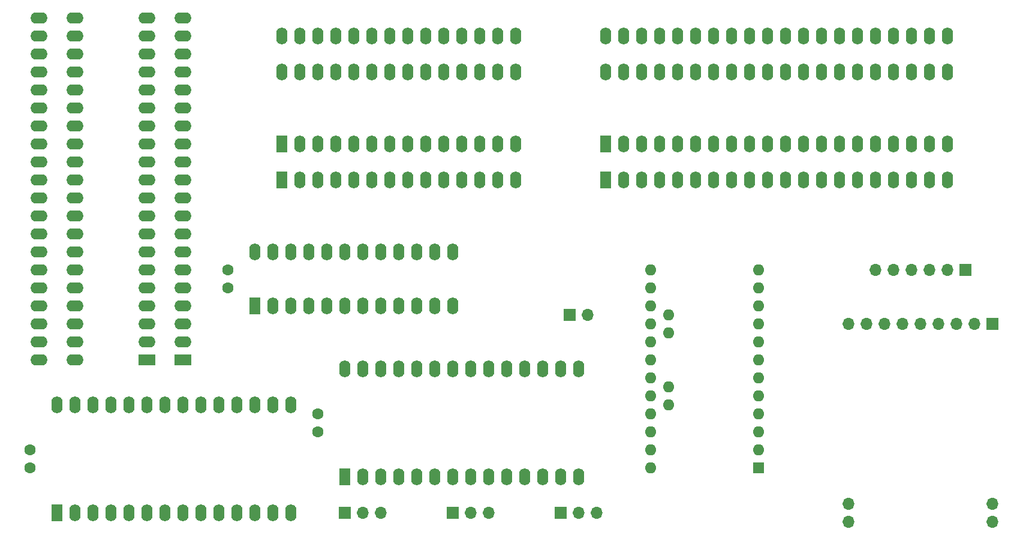
<source format=gbs>
G04 #@! TF.GenerationSoftware,KiCad,Pcbnew,(5.1.9)-1*
G04 #@! TF.CreationDate,2024-10-24T21:54:38+09:00*
G04 #@! TF.ProjectId,TK-80_EXT-BOARD,544b2d38-305f-4455-9854-2d424f415244,rev?*
G04 #@! TF.SameCoordinates,PX53920b0PY93c3260*
G04 #@! TF.FileFunction,Soldermask,Bot*
G04 #@! TF.FilePolarity,Negative*
%FSLAX46Y46*%
G04 Gerber Fmt 4.6, Leading zero omitted, Abs format (unit mm)*
G04 Created by KiCad (PCBNEW (5.1.9)-1) date 2024-10-24 21:54:38*
%MOMM*%
%LPD*%
G01*
G04 APERTURE LIST*
%ADD10C,1.600000*%
%ADD11R,1.700000X1.700000*%
%ADD12O,1.700000X1.700000*%
%ADD13R,2.400000X1.600000*%
%ADD14O,2.400000X1.600000*%
%ADD15R,1.600000X2.400000*%
%ADD16O,1.600000X2.400000*%
%ADD17R,1.600000X1.600000*%
%ADD18O,1.600000X1.600000*%
G04 APERTURE END LIST*
D10*
X44450000Y17780000D03*
X44450000Y15280000D03*
X3810000Y10200000D03*
X3810000Y12700000D03*
X31750000Y38100000D03*
X31750000Y35600000D03*
D11*
X139700000Y30480000D03*
D12*
X137160000Y30480000D03*
X134620000Y30480000D03*
X132080000Y30480000D03*
X129540000Y30480000D03*
X127000000Y30480000D03*
X124460000Y30480000D03*
X121920000Y30480000D03*
X119380000Y30480000D03*
X119380000Y2540000D03*
X119380000Y5080000D03*
X139700000Y2540000D03*
X139700000Y5080000D03*
D11*
X135890000Y38100000D03*
D12*
X133350000Y38100000D03*
X130810000Y38100000D03*
X128270000Y38100000D03*
X125730000Y38100000D03*
X123190000Y38100000D03*
D11*
X80010000Y31750000D03*
D12*
X82550000Y31750000D03*
D13*
X25400000Y25400000D03*
D14*
X10160000Y73660000D03*
X25400000Y27940000D03*
X10160000Y71120000D03*
X25400000Y30480000D03*
X10160000Y68580000D03*
X25400000Y33020000D03*
X10160000Y66040000D03*
X25400000Y35560000D03*
X10160000Y63500000D03*
X25400000Y38100000D03*
X10160000Y60960000D03*
X25400000Y40640000D03*
X10160000Y58420000D03*
X25400000Y43180000D03*
X10160000Y55880000D03*
X25400000Y45720000D03*
X10160000Y53340000D03*
X25400000Y48260000D03*
X10160000Y50800000D03*
X25400000Y50800000D03*
X10160000Y48260000D03*
X25400000Y53340000D03*
X10160000Y45720000D03*
X25400000Y55880000D03*
X10160000Y43180000D03*
X25400000Y58420000D03*
X10160000Y40640000D03*
X25400000Y60960000D03*
X10160000Y38100000D03*
X25400000Y63500000D03*
X10160000Y35560000D03*
X25400000Y66040000D03*
X10160000Y33020000D03*
X25400000Y68580000D03*
X10160000Y30480000D03*
X25400000Y71120000D03*
X10160000Y27940000D03*
X25400000Y73660000D03*
X10160000Y25400000D03*
X5080000Y25400000D03*
X20320000Y73660000D03*
X5080000Y27940000D03*
X20320000Y71120000D03*
X5080000Y30480000D03*
X20320000Y68580000D03*
X5080000Y33020000D03*
X20320000Y66040000D03*
X5080000Y35560000D03*
X20320000Y63500000D03*
X5080000Y38100000D03*
X20320000Y60960000D03*
X5080000Y40640000D03*
X20320000Y58420000D03*
X5080000Y43180000D03*
X20320000Y55880000D03*
X5080000Y45720000D03*
X20320000Y53340000D03*
X5080000Y48260000D03*
X20320000Y50800000D03*
X5080000Y50800000D03*
X20320000Y48260000D03*
X5080000Y53340000D03*
X20320000Y45720000D03*
X5080000Y55880000D03*
X20320000Y43180000D03*
X5080000Y58420000D03*
X20320000Y40640000D03*
X5080000Y60960000D03*
X20320000Y38100000D03*
X5080000Y63500000D03*
X20320000Y35560000D03*
X5080000Y66040000D03*
X20320000Y33020000D03*
X5080000Y68580000D03*
X20320000Y30480000D03*
X5080000Y71120000D03*
X20320000Y27940000D03*
X5080000Y73660000D03*
D13*
X20320000Y25400000D03*
D15*
X39370000Y50800000D03*
D16*
X72390000Y66040000D03*
X41910000Y50800000D03*
X69850000Y66040000D03*
X44450000Y50800000D03*
X67310000Y66040000D03*
X46990000Y50800000D03*
X64770000Y66040000D03*
X49530000Y50800000D03*
X62230000Y66040000D03*
X52070000Y50800000D03*
X59690000Y66040000D03*
X54610000Y50800000D03*
X57150000Y66040000D03*
X57150000Y50800000D03*
X54610000Y66040000D03*
X59690000Y50800000D03*
X52070000Y66040000D03*
X62230000Y50800000D03*
X49530000Y66040000D03*
X64770000Y50800000D03*
X46990000Y66040000D03*
X67310000Y50800000D03*
X44450000Y66040000D03*
X69850000Y50800000D03*
X41910000Y66040000D03*
X72390000Y50800000D03*
X39370000Y66040000D03*
X39370000Y71120000D03*
X72390000Y55880000D03*
X41910000Y71120000D03*
X69850000Y55880000D03*
X44450000Y71120000D03*
X67310000Y55880000D03*
X46990000Y71120000D03*
X64770000Y55880000D03*
X49530000Y71120000D03*
X62230000Y55880000D03*
X52070000Y71120000D03*
X59690000Y55880000D03*
X54610000Y71120000D03*
X57150000Y55880000D03*
X57150000Y71120000D03*
X54610000Y55880000D03*
X59690000Y71120000D03*
X52070000Y55880000D03*
X62230000Y71120000D03*
X49530000Y55880000D03*
X64770000Y71120000D03*
X46990000Y55880000D03*
X67310000Y71120000D03*
X44450000Y55880000D03*
X69850000Y71120000D03*
X41910000Y55880000D03*
X72390000Y71120000D03*
D15*
X39370000Y55880000D03*
X35560000Y33020000D03*
D16*
X63500000Y40640000D03*
X38100000Y33020000D03*
X60960000Y40640000D03*
X40640000Y33020000D03*
X58420000Y40640000D03*
X43180000Y33020000D03*
X55880000Y40640000D03*
X45720000Y33020000D03*
X53340000Y40640000D03*
X48260000Y33020000D03*
X50800000Y40640000D03*
X50800000Y33020000D03*
X48260000Y40640000D03*
X53340000Y33020000D03*
X45720000Y40640000D03*
X55880000Y33020000D03*
X43180000Y40640000D03*
X58420000Y33020000D03*
X40640000Y40640000D03*
X60960000Y33020000D03*
X38100000Y40640000D03*
X63500000Y33020000D03*
X35560000Y40640000D03*
X7620000Y19050000D03*
X40640000Y3810000D03*
X10160000Y19050000D03*
X38100000Y3810000D03*
X12700000Y19050000D03*
X35560000Y3810000D03*
X15240000Y19050000D03*
X33020000Y3810000D03*
X17780000Y19050000D03*
X30480000Y3810000D03*
X20320000Y19050000D03*
X27940000Y3810000D03*
X22860000Y19050000D03*
X25400000Y3810000D03*
X25400000Y19050000D03*
X22860000Y3810000D03*
X27940000Y19050000D03*
X20320000Y3810000D03*
X30480000Y19050000D03*
X17780000Y3810000D03*
X33020000Y19050000D03*
X15240000Y3810000D03*
X35560000Y19050000D03*
X12700000Y3810000D03*
X38100000Y19050000D03*
X10160000Y3810000D03*
X40640000Y19050000D03*
D15*
X7620000Y3810000D03*
X85090000Y55880000D03*
D16*
X133350000Y71120000D03*
X87630000Y55880000D03*
X130810000Y71120000D03*
X90170000Y55880000D03*
X128270000Y71120000D03*
X92710000Y55880000D03*
X125730000Y71120000D03*
X95250000Y55880000D03*
X123190000Y71120000D03*
X97790000Y55880000D03*
X120650000Y71120000D03*
X100330000Y55880000D03*
X118110000Y71120000D03*
X102870000Y55880000D03*
X115570000Y71120000D03*
X105410000Y55880000D03*
X113030000Y71120000D03*
X107950000Y55880000D03*
X110490000Y71120000D03*
X110490000Y55880000D03*
X107950000Y71120000D03*
X113030000Y55880000D03*
X105410000Y71120000D03*
X115570000Y55880000D03*
X102870000Y71120000D03*
X118110000Y55880000D03*
X100330000Y71120000D03*
X120650000Y55880000D03*
X97790000Y71120000D03*
X123190000Y55880000D03*
X95250000Y71120000D03*
X125730000Y55880000D03*
X92710000Y71120000D03*
X128270000Y55880000D03*
X90170000Y71120000D03*
X130810000Y55880000D03*
X87630000Y71120000D03*
X133350000Y55880000D03*
X85090000Y71120000D03*
X85090000Y66040000D03*
X133350000Y50800000D03*
X87630000Y66040000D03*
X130810000Y50800000D03*
X90170000Y66040000D03*
X128270000Y50800000D03*
X92710000Y66040000D03*
X125730000Y50800000D03*
X95250000Y66040000D03*
X123190000Y50800000D03*
X97790000Y66040000D03*
X120650000Y50800000D03*
X100330000Y66040000D03*
X118110000Y50800000D03*
X102870000Y66040000D03*
X115570000Y50800000D03*
X105410000Y66040000D03*
X113030000Y50800000D03*
X107950000Y66040000D03*
X110490000Y50800000D03*
X110490000Y66040000D03*
X107950000Y50800000D03*
X113030000Y66040000D03*
X105410000Y50800000D03*
X115570000Y66040000D03*
X102870000Y50800000D03*
X118110000Y66040000D03*
X100330000Y50800000D03*
X120650000Y66040000D03*
X97790000Y50800000D03*
X123190000Y66040000D03*
X95250000Y50800000D03*
X125730000Y66040000D03*
X92710000Y50800000D03*
X128270000Y66040000D03*
X90170000Y50800000D03*
X130810000Y66040000D03*
X87630000Y50800000D03*
X133350000Y66040000D03*
D15*
X85090000Y50800000D03*
D17*
X106680000Y10160000D03*
D18*
X106680000Y12700000D03*
X106680000Y15240000D03*
X91440000Y38100000D03*
X106680000Y17780000D03*
X91440000Y35560000D03*
X106680000Y20320000D03*
X91440000Y33020000D03*
X106680000Y22860000D03*
X91440000Y30480000D03*
X106680000Y25400000D03*
X91440000Y27940000D03*
X106680000Y27940000D03*
X91440000Y25400000D03*
X106680000Y30480000D03*
X91440000Y22860000D03*
X106680000Y33020000D03*
X91440000Y20320000D03*
X106680000Y35560000D03*
X91440000Y17780000D03*
X106680000Y38100000D03*
X91440000Y15240000D03*
X91440000Y12700000D03*
X91440000Y10160000D03*
X93980000Y19050000D03*
X93980000Y21590000D03*
X93980000Y29210000D03*
X93980000Y31750000D03*
D11*
X48260000Y3810000D03*
D12*
X50800000Y3810000D03*
X53340000Y3810000D03*
X83820000Y3810000D03*
X81280000Y3810000D03*
D11*
X78740000Y3810000D03*
X63500000Y3810000D03*
D12*
X66040000Y3810000D03*
X68580000Y3810000D03*
D15*
X48260000Y8890000D03*
D16*
X81280000Y24130000D03*
X50800000Y8890000D03*
X78740000Y24130000D03*
X53340000Y8890000D03*
X76200000Y24130000D03*
X55880000Y8890000D03*
X73660000Y24130000D03*
X58420000Y8890000D03*
X71120000Y24130000D03*
X60960000Y8890000D03*
X68580000Y24130000D03*
X63500000Y8890000D03*
X66040000Y24130000D03*
X66040000Y8890000D03*
X63500000Y24130000D03*
X68580000Y8890000D03*
X60960000Y24130000D03*
X71120000Y8890000D03*
X58420000Y24130000D03*
X73660000Y8890000D03*
X55880000Y24130000D03*
X76200000Y8890000D03*
X53340000Y24130000D03*
X78740000Y8890000D03*
X50800000Y24130000D03*
X81280000Y8890000D03*
X48260000Y24130000D03*
M02*

</source>
